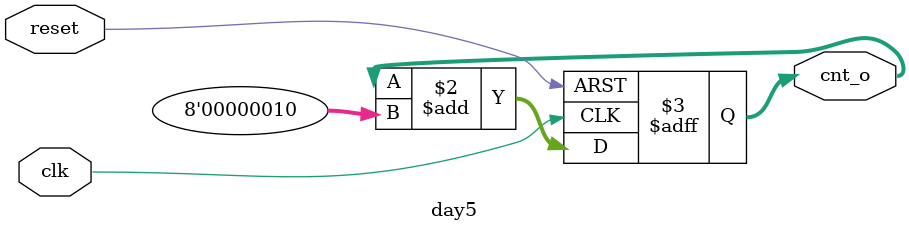
<source format=sv>

module day5 (
  input     wire        clk,
  input     wire        reset,

  output    logic[7:0]  cnt_o
);

  // Write your logic here...
  always@(posedge clk, posedge reset)
    if(reset)
      cnt_o <= 8'h1;
    else
      cnt_o <= cnt_o +8'b10;

endmodule

</source>
